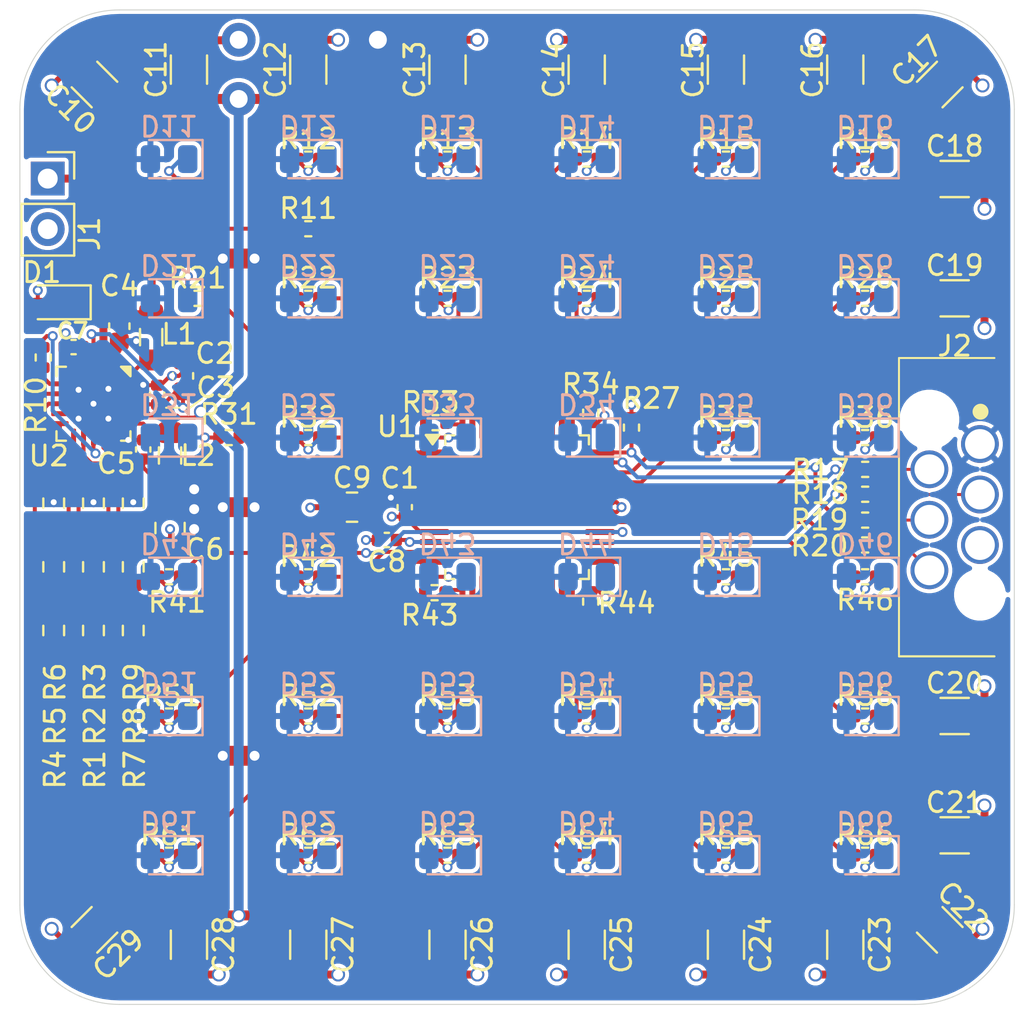
<source format=kicad_pcb>
(kicad_pcb (version 20241229) (generator "pcbnew") (generator_version "9.0")
  (layers (0 "F.Cu" signal) (4 "In1.Cu" signal) (6 "In2.Cu" signal) (2 "B.Cu" signal) (13 "F.Paste" user) (15 "B.Paste" user) (5 "F.SilkS" user "F.Silkscreen") (7 "B.SilkS" user "B.Silkscreen") (1 "F.Mask" user) (3 "B.Mask" user) (25 "Edge.Cuts" user))
  (net 0 "")
  (net 1 "+3V3")
  (net 2 "GND")
  (net 3 "/VStor")
  (net 4 "/Vin")
  (net 5 "Net-(U2-VREF_SAMP)")
  (net 6 "/RESET")
  (net 7 "/VBatt")
  (net 8 "/dSWC")
  (net 9 "/dSWD")
  (net 10 "/dTX")
  (net 11 "/dRST")
  (net 12 "Net-(U2-LBOOST)")
  (net 13 "Net-(U2-LBUCK)")
  (net 14 "/OK_HYST")
  (net 15 "/VRDIV")
  (net 16 "/OK_PROG")
  (net 17 "/VBAT_OV")
  (net 18 "Net-(R5-Pad2)")
  (net 19 "/VOUT_SET")
  (net 20 "Net-(R8-Pad2)")
  (net 21 "/A0")
  (net 22 "Net-(D11-K)")
  (net 23 "Net-(D12-K)")
  (net 24 "/A1")
  (net 25 "/A3")
  (net 26 "Net-(D13-K)")
  (net 27 "/A4")
  (net 28 "Net-(D14-K)")
  (net 29 "Net-(D15-K)")
  (net 30 "/A5")
  (net 31 "/A6")
  (net 32 "Net-(D16-K)")
  (net 33 "/SWDIO")
  (net 34 "/SWCLK")
  (net 35 "/SERTX")
  (net 36 "Net-(D21-K)")
  (net 37 "/A7")
  (net 38 "/A8")
  (net 39 "Net-(D22-K)")
  (net 40 "Net-(D23-K)")
  (net 41 "/A11")
  (net 42 "Net-(D24-K)")
  (net 43 "/A12")
  (net 44 "Net-(D25-K)")
  (net 45 "/A15")
  (net 46 "Net-(D26-K)")
  (net 47 "/B0")
  (net 48 "/B1")
  (net 49 "Net-(D31-K)")
  (net 50 "/B2")
  (net 51 "Net-(D32-K)")
  (net 52 "Net-(D33-K)")
  (net 53 "/B3")
  (net 54 "Net-(D34-K)")
  (net 55 "/B4")
  (net 56 "Net-(D35-K)")
  (net 57 "/B5")
  (net 58 "/B6")
  (net 59 "Net-(D36-K)")
  (net 60 "Net-(D41-K)")
  (net 61 "/B7")
  (net 62 "/B8")
  (net 63 "Net-(D42-K)")
  (net 64 "/B9")
  (net 65 "Net-(D43-K)")
  (net 66 "Net-(D44-K)")
  (net 67 "/B10")
  (net 68 "Net-(D45-K)")
  (net 69 "/B11")
  (net 70 "/B12")
  (net 71 "Net-(D46-K)")
  (net 72 "Net-(D51-K)")
  (net 73 "/B13")
  (net 74 "Net-(D52-K)")
  (net 75 "/B14")
  (net 76 "Net-(D53-K)")
  (net 77 "/B15")
  (net 78 "Net-(D54-K)")
  (net 79 "Net-(D55-K)")
  (net 80 "/C13")
  (net 81 "Net-(D56-K)")
  (net 82 "/C14")
  (net 83 "Net-(D61-K)")
  (net 84 "/C15")
  (net 85 "Net-(D62-K)")
  (net 86 "Net-(D63-K)")
  (net 87 "/D0")
  (net 88 "Net-(D64-K)")
  (net 89 "/D1")
  (net 90 "Net-(D65-K)")
  (net 91 "/D2")
  (net 92 "Net-(D66-K)")
  (net 93 "/D3")
  (net 94 "/VBatOK")
  (net 95 "Net-(U2-VOUT_EN)")
  (net 96 "/A10")
  (net 97 "/A2")
  (net 98 "Net-(U1-VBAT)")
  (footprint "Capacitor_SMD:C_1206_3216Metric" (layer "F.Cu") (at 121.25 121.25 -45)
    (property "Reference" "C22")
    (property "Value" "100u")
  )
  (footprint "Capacitor_SMD:C_0402_1005Metric" (layer "F.Cu") (at 81.9 94.35 -90)
    (property "Reference" "C3")
    (property "Value" "10n")
  )
  (footprint "Capacitor_SMD:C_1206_3216Metric" (layer "F.Cu") (at 83.5 78 90)
    (property "Reference" "C11")
    (property "Value" "100u")
  )
  (footprint "Connector_PinSocket_2.54mm:PinSocket_1x02_P2.54mm_Vertical" (layer "F.Cu") (at 76.4 83.48)
    (property "Reference" "J1")
    (property "Value" "Power")
  )
  (footprint "Resistor_SMD:R_0402_1005Metric" (layer "F.Cu") (at 103.7 95.25 90)
    (property "Reference" "R34")
    (property "Value" "330")
  )
  (footprint "Resistor_SMD:R_0402_1005Metric" (layer "F.Cu") (at 82.5 103.5)
    (property "Reference" "R41")
    (property "Value" "330")
  )
  (footprint "Capacitor_SMD:C_1206_3216Metric" (layer "F.Cu") (at 122 116.5)
    (property "Reference" "C21")
    (property "Value" "100u")
  )
  (footprint "Resistor_SMD:R_0402_1005Metric" (layer "F.Cu") (at 110.5 103.5 180)
    (property "Reference" "R45")
    (property "Value" "330")
  )
  (footprint "Resistor_SMD:R_0402_1005Metric" (layer "F.Cu") (at 76.175 92.475 -90)
    (property "Reference" "R10")
    (property "Value" "10k")
  )
  (footprint "Capacitor_SMD:C_0402_1005Metric" (layer "F.Cu") (at 81.2 97.1 90)
    (property "Reference" "C5")
    (property "Value" "1u")
  )
  (footprint "Capacitor_SMD:C_1206_3216Metric" (layer "F.Cu") (at 116.5 122 -90)
    (property "Reference" "C23")
    (property "Value" "100u")
  )
  (footprint "Capacitor_SMD:C_0603_1608Metric" (layer "F.Cu") (at 83.2 93.4 -90)
    (property "Reference" "C2")
    (property "Value" "10u")
  )
  (footprint "Resistor_SMD:R_0402_1005Metric" (layer "F.Cu") (at 110.5 89.5 180)
    (property "Reference" "R25")
    (property "Value" "330")
  )
  (footprint "Resistor_SMD:R_0603_1608Metric" (layer "F.Cu") (at 80.7 103 90)
    (property "Reference" "R8")
    (property "Value" "750k")
  )
  (footprint "Resistor_SMD:R_0402_1005Metric" (layer "F.Cu") (at 117.5 103.5 180)
    (property "Reference" "R46")
    (property "Value" "330")
  )
  (footprint "Capacitor_SMD:C_1206_3216Metric" (layer "F.Cu") (at 83.5 122 -90)
    (property "Reference" "C28")
    (property "Value" "100u")
  )
  (footprint "Resistor_SMD:R_0402_1005Metric" (layer "F.Cu") (at 103.7 104.75 -90)
    (property "Reference" "R44")
    (property "Value" "330")
  )
  (footprint "Resistor_SMD:R_0402_1005Metric" (layer "F.Cu") (at 95.85 104.3)
    (property "Reference" "R43")
    (property "Value" "330")
  )
  (footprint "Capacitor_SMD:C_1206_3216Metric" (layer "F.Cu") (at 78.75 121.25 -135)
    (property "Reference" "C29")
    (property "Value" "100u")
  )
  (footprint "Capacitor_SMD:C_1206_3216Metric" (layer "F.Cu") (at 122 89.5)
    (property "Reference" "C19")
    (property "Value" "100u")
  )
  (footprint "Capacitor_SMD:C_1206_3216Metric" (layer "F.Cu") (at 116.5 78 90)
    (property "Reference" "C16")
    (property "Value" "100u")
  )
  (footprint "Resistor_SMD:R_0402_1005Metric" (layer "F.Cu") (at 82.5 110.5)
    (property "Reference" "R51")
    (property "Value" "330")
  )
  (footprint "Resistor_SMD:R_0603_1608Metric" (layer "F.Cu") (at 78.7 106.2 90)
    (property "Reference" "R1")
    (property "Value" "1M8")
  )
  (footprint "Parts:TestPoint" (layer "F.Cu") (at 93 76.5)
    (property "Reference" "TP2" (hide yes))
    (property "Value" "TestPoint_Probe")
  )
  (footprint "Resistor_SMD:R_0402_1005Metric" (layer "F.Cu") (at 85.5 96.5)
    (property "Reference" "R31")
    (property "Value" "330")
  )
  (footprint "Resistor_SMD:R_0402_1005Metric" (layer "F.Cu") (at 103.5 89.5 180)
    (property "Reference" "R24")
    (property "Value" "330")
  )
  (footprint "Resistor_SMD:R_0402_1005Metric" (layer "F.Cu") (at 103.5 110.5 180)
    (property "Reference" "R54")
    (property "Value" "330")
  )
  (footprint "Resistor_SMD:R_0402_1005Metric" (layer "F.Cu") (at 83.93 89.5)
    (property "Reference" "R21")
    (property "Value" "330")
  )
  (footprint "Resistor_SMD:R_0402_1005Metric" (layer "F.Cu") (at 89.5 110.5)
    (property "Reference" "R52")
    (property "Value" "330")
  )
  (footprint "Capacitor_SMD:C_0603_1608Metric" (layer "F.Cu") (at 80 90.9 -90)
    (property "Reference" "C4")
    (property "Value" "10u")
  )
  (footprint "Inductor_SMD:L_0805_2012Metric_Pad1.05x1.20mm_HandSolder" (layer "F.Cu") (at 81.6 91.45 -90)
    (property "Reference" "L1")
    (property "Value" "10u")
  )
  (footprint "Resistor_SMD:R_0402_1005Metric" (layer "F.Cu") (at 89.5 103.5)
    (property "Reference" "R42")
    (property "Value" "330")
  )
  (footprint "Resistor_SMD:R_0402_1005Metric" (layer "F.Cu") (at 103.5 117.5 180)
    (property "Reference" "R64")
    (property "Value" "330")
  )
  (footprint "Resistor_SMD:R_0402_1005Metric" (layer "F.Cu") (at 110.5 82.5 180)
    (property "Reference" "R15")
    (property "Value" "330")
  )
  (footprint "Resistor_SMD:R_0402_1005Metric" (layer "F.Cu") (at 117.5 89.5 180)
    (property "Reference" "R26")
    (property "Value" "330")
  )
  (footprint "Capacitor_SMD:C_1206_3216Metric" (layer "F.Cu") (at 110.5 78 90)
    (property "Reference" "C15")
    (property "Value" "100u")
  )
  (footprint "Diode_SMD:D_SOD-323" (layer "F.Cu") (at 76.95 89.7 180)
    (property "Reference" "D1")
    (property "Value" "5V1")
  )
  (footprint "Capacitor_SMD:C_1206_3216Metric" (layer "F.Cu") (at 110.5 122 -90)
    (property "Reference" "C24")
    (property "Value" "100u")
  )
  (footprint "Capacitor_SMD:C_1206_3216Metric" (layer "F.Cu") (at 96.5 122 -90)
    (property "Reference" "C26")
    (property "Value" "100u")
  )
  (footprint "Capacitor_SMD:C_1206_3216Metric" (layer "F.Cu") (at 121.25 78.75 45)
    (property "Reference" "C17")
    (property "Value" "100u")
  )
  (footprint "Capacitor_SMD:C_1206_3216Metric" (layer "F.Cu") (at 89.5 78 90)
    (property "Reference" "C12")
    (property "Value" "100u")
  )
  (footprint "Capacitor_SMD:C_0402_1005Metric" (layer "F.Cu") (at 94.35 100 -90)
    (property "Reference" "C1")
    (property "Value" "1u")
  )
  (footprint "Resistor_SMD:R_0402_1005Metric" (layer "F.Cu") (at 110.5 110.5 180)
    (property "Reference" "R55")
    (property "Value" "330")
  )
  (footprint "Resistor_SMD:R_0402_1005Metric" (layer "F.Cu") (at 96.5 110.5)
    (property "Reference" "R53")
    (property "Value" "330")
  )
  (footprint "Resistor_SMD:R_0603_1608Metric" (layer "F.Cu") (at 76.7 103 90)
    (property "Reference" "R5")
    (property "Value" "330k")
  )
  (footprint "Resistor_SMD:R_0603_1608Metric" (layer "F.Cu") (at 76.7 99.8 90)
    (property "Reference" "R6")
    (property "Value" "3M")
  )
  (footprint "Capacitor_SMD:C_0805_2012Metric" (layer "F.Cu") (at 91.7 100)
    (property "Reference" "C9")
    (property "Value" "47u")
  )
  (footprint "Resistor_SMD:R_0402_1005Metric" (layer "F.Cu") (at 117.5 99.35 180)
    (property "Reference" "R18")
    (property "Value" "100")
  )
  (footprint "Resistor_SMD:R_0402_1005Metric" (layer "F.Cu") (at 117.5 101.9 180)
    (property "Reference" "R20")
    (property "Value" "100")
  )
  (footprint "Capacitor_SMD:C_1206_3216Metric" (layer "F.Cu") (at 78.75 78.75 135)
    (property "Reference" "C10")
    (property "Value" "100u")
  )
  (footprint "Parts:TestPoint" (layer "F.Cu") (at 86 79.475)
    (property "Reference" "TP1" (hide yes))
    (property "Value" "TestPoint_Probe")
  )
  (footprint "Resistor_SMD:R_0402_1005Metric" (layer "F.Cu") (at 89.5 82.5)
    (property "Reference" "R12")
    (property "Value" "330")
  )
  (footprint "Resistor_SMD:R_0402_1005Metric" (layer "F.Cu") (at 89.5 86)
    (property "Reference" "R11")
    (property "Value" "330")
  )
  (footprint "Parts:QFN-20-1EP_3.5x3.5mm_P0.5mm_EP2x2mm" (layer "F.Cu") (at 78.7 94.8 -90)
    (property "Reference" "U2")
    (property "Value" "BQ25570")
  )
  (footprint "Capacitor_SMD:C_1206_3216Metric" (layer "F.Cu") (at 122 83.5)
    (property "Reference" "C18")
    (property "Value" "100u")
  )
  (footprint "Resistor_SMD:R_0402_1005Metric" (layer "F.Cu") (at 117.5 98.1)
    (property "Reference" "R17")
    (property "Value" "100")
  )
  (footprint "Resistor_SMD:R_0402_1005Metric" (layer "F.Cu") (at 110.5 96.5 180)
    (property "Reference" "R35")
    (property "Value" "330")
  )
  (footprint "Capacitor_SMD:C_1206_3216Metric" (layer "F.Cu") (at 122 110.5)
    (property "Reference" "C20")
    (property "Value" "100u")
  )
  (footprint "Capacitor_SMD:C_1206_3216Metric" (layer "F.Cu") (at 96.5 78 90)
    (property "Reference" "C13")
    (property "Value" "100u")
  )
  (footprint "Resistor_SMD:R_0402_1005Metric" (layer "F.Cu") (at 110.5 117.5 180)
    (property "Reference" "R65")
    (property "Value" "330")
  )
  (footprint "Capacitor_SMD:C_0402_1005Metric" (layer "F.Cu") (at 77.7 91.95 180)
    (property "Reference" "C7")
    (property "Value" "10n")
  )
  (footprint "Package_QFP:LQFP-48_7x7mm_P0.5mm" (layer "F.Cu") (at 100 100)
    (property "Reference" "U1")
    (property "Value" "STM32G030C6Tx")
  )
  (footprint "Resistor_SMD:R_0402_1005Metric" (layer "F.Cu") (at 89.5 89.5)
    (property "Reference" "R22")
    (property "Value" "330")
  )
  (footprint "Capacitor_SMD:C_1206_3216Metric" (layer "F.Cu") (at 103.5 78 90)
    (property "Reference" "C14")
    (property "Value" "100u")
  )
  (footprint "Resistor_SMD:R_0603_1608Metric" (layer "F.Cu") (at 80.7 106.2 90)
    (property "Reference" "R7")
    (property "Value" "5M1")
  )
  (footprint "Capacitor_SMD:C_1206_3216Metric" (layer "F.Cu") (at 103.5 122 -90)
    (property "Reference" "C25")
    (property "Value" "100u")
  )
  (footprint "Capacitor_SMD:C_0402_1005Metric" (layer "F.Cu") (at 93.45 101.65 180)
    (property "Reference" "C8")
    (property "Value" "10n")
  )
  (footprint "Resistor_SMD:R_0402_1005Metric" (layer "F.Cu") (at 117.5 82.5 180)
    (property "Reference" "R16")
    (property "Value" "330")
  )
  (footprint "Capacitor_SMD:C_0805_2012Metric" (layer "F.Cu") (at 82.55 101.05 -90)
    (property "Reference" "C6")
    (property "Value" "47u")
  )
  (footprint "Capacitor_SMD:C_1206_3216Metric" (layer "F.Cu") (at 89.5 122 -90)
    (property "Reference" "C27")
    (property "Value" "100u")
  )
  (footprint "Resistor_SMD:R_0603_1608Metric" (layer "F.Cu") (at 78.7 99.8 90)
    (property "Reference" "R3")
    (property "Value" "2M2")
  )
  (footprint "Inductor_SMD:L_0805_2012Metric_Pad1.05x1.20mm_HandSolder" (layer "F.Cu") (at 82.55 97.4 -90)
    (property "Reference" "L2")
    (property "Value" "22u")
  )
  (footprint "Resistor_SMD:R_0402_1005Metric" (layer "F.Cu") (at 82.5 117.5)
    (property "Reference" "R61")
    (property "Value" "330")
  )
  (footprint "Resistor_SMD:R_0402_1005Metric" (layer "F.Cu") (at 105.75 96 -90)
    (property "Reference" "R27")
    (property "Value" "10k")
  )
  (footprint "Resistor_SMD:R_0603_1608Metric" (layer "F.Cu") (at 78.7 103 90)
    (property "Reference" "R2")
    (property "Value" "6M8")
  )
  (footprint "Resistor_SMD:R_0402_1005Metric" (layer "F.Cu") (at 89.5 117.5)
    (property "Reference" "R62")
    (property "Value" "330")
  )
  (footprint "Resistor_SMD:R_0402_1005Metric" (layer "F.Cu") (at 89.5 96.5)
    (property "Reference" "R32")
    (property "Value" "330")
  )
  (footprint "Resistor_SMD:R_0603_1608Metric" (layer "F.Cu") (at 76.7 106.2 90)
    (property "Reference" "R4")
    (property "Value" "6M2")
  )
  (footprint "Resistor_SMD:R_0402_1005Metric" (layer "F.Cu") (at 117.5 110.5 180)
    (property "Reference" "R56")
    (property "Value" "330")
  )
  (footprint "Resistor_SMD:R_0402_1005Metric" (layer "F.Cu") (at 117.5 117.5 180)
    (property "Reference" "R66")
    (property "Value" "330")
  )
  (footprint "Resistor_SMD:R_0402_1005Metric" (layer "F.Cu") (at 96.5 82.5)
    (property "Reference" "R13")
    (property "Value" "330")
  )
  (footprint "Resistor_SMD:R_0402_1005Metric" (layer "F.Cu") (at 117.5 100.65 180)
    (property "Reference" "R19")
    (property "Value" "100")
  )
  (footprint "Resistor_SMD:R_0402_1005Metric" (layer "F.Cu") (at 95.9 95.75)
    (property "Reference" "R33")
    (property "Value" "330")
  )
  (footprint "Resistor_SMD:R_0603_1608Metric" (layer "F.Cu") (at 80.7 99.8 90)
    (property "Reference" "R9")
    (property "Value" "2M2")
  )
  (footprint "Resistor_SMD:R_0402_1005Metric" (layer "F.Cu") (at 103.5 82.5 180)
    (property "Reference" "R14")
    (property "Value" "330")
  )
  (footprint "Parts:TestPoint" (layer "F.Cu") (at 86 76.5)
    (property "Reference" "TP3" (hide yes))
    (property "Value" "TestPoint_Probe")
  )
  (footprint "Resistor_SMD:R_0402_1005Metric" (layer "F.Cu") (at 96.5 89.5)
    (property "Reference" "R23")
    (property "Value" "330")
  )
  (footprint "Resistor_SMD:R_0402_1005Metric" (layer "F.Cu") (at 117.5 96.5 180)
    (property "Reference" "R36")
    (property "Value" "330")
  )
  (footprint "Resistor_SMD:R_0402_1005Metric" (layer "F.Cu") (at 96.5 117.5)
    (property "Reference" "R63")
    (property "Value" "330")
  )
  (footprint "LED_SMD:LED_0805_2012Metric" (layer "B.Cu") (at 117.5 117.5 180)
    (property "Reference" "D66")
    (property "Value" "LED")
  )
  (footprint "LED_SMD:LED_0805_2012Metric" (layer "B.Cu") (at 103.5 103.5 180)
    (property "Reference" "D44")
    (property "Value" "LED")
  )
  (footprint "LED_SMD:LED_0805_2012Metric" (layer "B.Cu") (at 110.5 96.5 180)
    (property "Reference" "D35")
    (property "Value" "LED")
  )
  (footprint "LED_SMD:LED_0805_2012Metric" (layer "B.Cu") (at 110.5 117.5 180)
    (property "Reference" "D65")
    (property "Value" "LED")
  )
  (footprint "LED_SMD:LED_0805_2012Metric" (layer "B.Cu") (at 96.5 103.5 180)
    (property "Reference" "D43")
    (property "Value" "LED")
  )
  (footprint "LED_SMD:LED_0805_2012Metric" (layer "B.Cu") (at 103.5 96.5 180)
    (property "Reference" "D34")
    (property "Value" "LED")
  )
  (footprint "LED_SMD:LED_0805_2012Metric" (layer "B.Cu") (at 89.5 96.5 180)
    (property "Reference" "D32")
    (property "Value" "LED")
  )
  (footprint "LED_SMD:LED_0805_2012Metric" (layer "B.Cu") (at 110.5 82.5 180)
    (property "Reference" "D15")
    (property "Value" "LED")
  )
  (footprint "LED_SMD:LED_0805_2012Metric" (layer "B.Cu") (at 82.5 103.5 180)
    (property "Reference" "D41")
    (property "Value" "LED")
  )
  (footprint "LED_SMD:LED_0805_2012Metric" (layer "B.Cu") (at 103.5 117.5 180)
    (property "Reference" "D64")
    (property "Value" "LED")
  )
  (footprint "LED_SMD:LED_0805_2012Metric" (layer "B.Cu") (at 117.5 82.5 180)
    (property "Reference" "D16")
    (property "Value" "LED")
  )
  (footprint "LED_SMD:LED_0805_2012Metric" (layer "B.Cu") (at 82.5 96.5 180)
    (property "Reference" "D31")
    (property "Value" "LED")
  )
  (footprint "LED_SMD:LED_0805_2012Metric" (layer "B.Cu") (at 110.5 89.5 180)
    (property "Reference" "D25")
    (property "Value" "LED")
  )
  (footprint "LED_SMD:LED_0805_2012Metric" (layer "B.Cu") (at 96.5 110.5 180)
    (property "Reference" "D53")
    (property "Value" "LED")
  )
  (footprint "LED_SMD:LED_0805_2012Metric" (layer "B.Cu") (at 117.5 103.5 180)
    (property "Reference" "D46")
    (property "Value" "LED")
  )
  (footprint "LED_SMD:LED_0805_2012Metric" (layer "B.Cu") (at 110.5 103.5 180)
    (property "Reference" "D45")
    (property "Value" "LED")
  )
  (footprint "LED_SMD:LED_0805_2012Metric" (layer "B.Cu") (at 96.5 117.5 180)
    (property "Reference" "D63")
    (property "Value" "LED")
  )
  (footprint "LED_SMD:LED_0805_2012Metric" (layer "B.Cu") (at 117.5 110.5 180)
    (property "Reference" "D56")
    (property "Value" "LED")
  )
  (footprint "LED_SMD:LED_0805_2012Metric" (layer "B.Cu") (at 82.5 110.5 180)
    (property "Reference" "D51")
    (property "Value" "LED")
  )
  (footprint "LED_SMD:LED_0805_2012Metric" (layer "B.Cu") (at 96.5 96.5 180)
    (property "Reference" "D33")
    (property "Value" "LED")
  )
  (footprint "LED_SMD:LED_0805_2012Metric" (layer "B.Cu") (at 82.5 117.5 180)
    (property "Reference" "D61")
    (property "Value" "LED")
  )
  (footprint "LED_SMD:LED_0805_2012Metric" (layer "B.Cu") (at 103.5 89.5 180)
    (property "Reference" "D24")
    (property "Value" "LED")
  )
  (footprint "LED_SMD:LED_0805_2012Metric" (layer "B.Cu") (at 117.5 89.5 180)
    (property "Reference" "D26")
    (property "Value" "LED")
  )
  (footprint "Parts:Skedd6" (layer "B.Cu") (at 122 100 180)
    (property "Reference" "J2")
    (property "Value" "Skedd")
  )
  (footprint "LED_SMD:LED_0805_2012Metric" (layer "B.Cu") (at 96.5 82.5 180)
    (property "Reference" "D13")
    (property "Value" "LED")
  )
  (footprint "LED_SMD:LED_0805_2012Metric" (layer "B.Cu") (at 89.5 110.5 180)
    (property "Reference" "D52")
    (property "Value" "LED")
  )
  (footprint "LED_SMD:LED_0805_2012Metric" (layer "B.Cu") (at 82.5 89.5 180)
    (property "Reference" "D21")
    (property "Value" "LED")
  )
  (footprint "LED_SMD:LED_0805_2012Metric" (layer "B.Cu") (at 117.5 96.5 180)
    (property "Reference" "D36")
    (property "Value" "LED")
  )
  (footprint "LED_SMD:LED_0805_2012Metric" (layer "B.Cu") (at 103.5 110.5 180)
    (property "Reference" "D54")
    (property "Value" "LED")
  )
  (footprint "LED_SMD:LED_0805_2012Metric" (layer "B.Cu") (at 89.5 117.5 180)
    (property "Reference" "D62")
    (property "Value" "LED")
  )
  (footprint "LED_SMD:LED_0805_2012Metric" (layer "B.Cu") (at 89.5 103.5 180)
    (property "Reference" "D42")
    (property "Value" "LED")
  )
  (footprint "LED_SMD:LED_0805_2012Metric" (layer "B.Cu") (at 89.5 82.5 180)
    (property "Reference" "D12")
    (property "Value" "LED")
  )
  (footprint "LED_SMD:LED_0805_2012Metric" (layer "B.Cu") (at 110.5 110.5 180)
    (property "Reference" "D55")
    (property "Value" "LED")
  )
  (footprint "LED_SMD:LED_0805_2012Metric" (layer "B.Cu") (at 103.5 82.5 180)
    (property "Reference" "D14")
    (property "Value" "LED")
  )
  (footprint "LED_SMD:LED_0805_2012Metric" (layer "B.Cu") (at 96.5 89.5 180)
    (property "Reference" "D23")
    (property "Value" "LED")
  )
  (footprint "LED_SMD:LED_0805_2012Metric" (layer "B.Cu") (at 89.5 89.5 180)
    (property "Reference" "D22")
    (property "Value" "LED")
  )
  (footprint "LED_SMD:LED_0805_2012Metric" (layer "B.Cu") (at 82.5 82.5 180)
    (property "Reference" "D11")
    (property "Value" "LED")
  )
  (gr_line (start 83.55 95) (end 82.35 95) (stroke (width 0.1)) (layer "F.SilkS"))
  (gr_line (start 84.15 94.55) (end 83.55 95) (stroke (width 0.1)) (layer "F.SilkS"))
  (gr_arc (start 125 120) (mid 123.535534 123.535534) (end 120 125) (stroke (width 0.05)) (layer "Edge.Cuts"))
  (gr_line (start 120 125) (end 80 125) (stroke (width 0.05)) (layer "Edge.Cuts"))
  (gr_line (start 80 75) (end 120 75) (stroke (width 0.05)) (layer "Edge.Cuts"))
  (gr_arc (start 75 80) (mid 76.464466 76.464466) (end 80 75) (stroke (width 0.05)) (layer "Edge.Cuts"))
  (gr_line (start 125 80) (end 125 120) (stroke (width 0.05)) (layer "Edge.Cuts"))
  (gr_line (start 75 120) (end 75 80) (stroke (width 0.05)) (layer "Edge.Cuts"))
  (gr_arc (start 80 125) (mid 76.464466 123.535534) (end 75 120) (stroke (width 0.05)) (layer "Edge.Cuts"))
  (gr_arc (start 120 75) (mid 123.535534 76.464466) (end 125 80) (stroke (width 0.05)) (layer "Edge.Cuts"))
  (segment (start 81.75 98.55) (end 82.35 98.55) (width 0.2) (layer "F.Cu") (net 1))
  (segment (start 83.7625 100.1) (end 83.8625 100) (width 0.5) (layer "F.Cu") (net 1))
  (segment (start 95.8375 99.25) (end 94.62 99.25) (width 0.2) (layer "F.Cu") (net 1))
  (segment (start 79.2 96.4875) (end 79.2 97) (width 0.2) (layer "F.Cu") (net 1))
  (segment (start 94.62 99.25) (end 94.35 99.52) (width 0.2) (layer "F.Cu") (net 1))
  (segment (start 81.2 97.58) (end 81.2 98) (width 0.2) (layer "F.Cu") (net 1))
  (segment (start 83.7625 100.1) (end 83.7625 101.1) (width 0.5) (layer "F.Cu") (net 1))
  (segment (start 86.8 87.5) (end 85.2 87.5) (width 1) (layer "F.Cu") (net 1))
  (segment (start 95.8375 99.75) (end 94.58 99.75) (width 0.2) (layer "F.Cu") (net 1))
  (segment (start 79.2 97) (end 79.78 97.58) (width 0.2) (layer "F.Cu") (net 1))
  (segment (start 83.7625 100.1) (end 83.7625 99.1) (width 0.5) (layer "F.Cu") (net 1))
  (segment (start 86.8 112.5) (end 85.2 112.5) (width 1) (layer "F.Cu") (net 1))
  (segment (start 79.78 97.58) (end 81.2 97.58) (width 0.2) (layer "F.Cu") (net 1))
  (segment (start 86.8 100) (end 85.2 100) (width 1) (layer "F.Cu") (net 1))
  (segment (start 82.55 98.55) (end 82.55 100.1) (width 0.2) (layer "F.Cu") (net 1))
  (segment (start 94.35 99.52) (end 93.65 99.52) (width 0.2) (layer "F.Cu") (net 1))
  (segment (start 94.58 99.75) (end 94.35 99.52) (width 0.2) (layer "F.Cu") (net 1))
  (segment (start 81.2 98) (end 81.75 98.55) (width 0.2) (layer "F.Cu") (net 1))
  (segment (start 83.8625 100) (end 85.2 100) (width 0.5) (layer "F.Cu") (net 1))
  (segment (start 83.7625 100.1) (end 82.55 100.1) (width 0.5) (layer "F.Cu") (net 1))
  (via (at 86.8 87.5) (size 0.7) (drill 0.5) (layers "F.Cu" "B.Cu") (net 1))
  (via (at 86.8 112.5) (size 0.7) (drill 0.5) (layers "F.Cu" "B.Cu") (net 1))
  (via (at 85.2 100) (size 0.7) (drill 0.5) (layers "F.Cu" "B.Cu") (net 1))
  (via (at 85.2 112.5) (size 0.7) (drill 0.5) (layers "F.Cu" "B.Cu") (net 1))
  (via (at 85.2 87.5) (size 0.7) (drill 0.5) (layers "F.Cu" "B.Cu") (net 1))
  (via (at 83.7625 101.1) (size 0.7) (drill 0.5) (layers "F.Cu" "B.Cu") (net 1))
  (via (at 83.7625 99.1) (size 0.7) (drill 0.5) (layers "F.Cu" "B.Cu") (net 1))
  (via (at 93.65 99.52) (size 0.5) (drill 0.3) (layers "F.Cu" "B.Cu") (net 1))
  (via (at 83.7625 100.1) (size 0.7) (drill 0.5) (layers "F.Cu" "B.Cu") (net 1))
  (via (at 86.8 100) (size 0.7) (drill 0.5) (layers "F.Cu" "B.Cu") (net 1))
  (segment (start 93.63 99.5) (end 93.65 99.52) (width 0.2) (layer "B.Cu") (net 1))
  (segment (start 116.5625 96.5) (end 116.5625 92.75) (width 0.3) (layer "B.Cu") (net 1))
  (segment (start 88.5625 100.6125) (end 88.5625 93.45) (width 0.3) (layer "B.Cu") (net 1))
  (segment (start 95.5625 87.5) (end 95.5625 96.5) (width 0.3) (layer "B.Cu") (net 1))
  (segment (start 88.5625 100.6125) (end 88.5625 112.8) (width 0.3) (layer "B.Cu") (net 1))
  (segment (start 81.5625 82.5) (end 81.5625 89.5) (width 0.3) (layer "B.Cu") (net 1))
  (segment (start 122.35 95.905) (end 123.27 96.825) (width 0.15) (layer "B.Cu") (net 1))
  (segment (start 81.5625 102.15) (end 81.5625 112.5) (width 0.3) (layer "B.Cu") (net 1))
  (segment (start 116.5625 112.5) (end 116.5625 107.05) (width 0.3) (layer "B.Cu") (net 1))
  (segment (start 95.5625 112.5) (end 95.5625 117.5) (width 0.3) (layer "B.Cu") (net 1))
  (segment (start 88.5625 99.5) (end 93.63 99.5) (width 0.2) (layer "B.Cu") (net 1))
  (segment (start 116.2625 112.8) (end 116.5625 112.5) (width 0.5) (layer "B.Cu") (net 1))
  (segment (start 116.5625 92.75) (end 116.5625 87.5) (width 0.3) (layer "B.Cu") (net 1))
  (segment (start 86.8 87.5) (end 116.5625 87.5) (width 0.5) (layer "B.Cu") (net 1))
  (segment (start 83.7625 101.1) (end 83.75 101.1) (width 0.5) (layer "B.Cu") (net 1))
  (segment (start 116.5625 117.5) (end 116.5625 112.5) (width 0.3) (layer "B.Cu") (net 1))
  (segment (start 122.35 94.55) (end 122.35 95.905) (width 0.15) (layer "B.Cu") (net 1))
  (segment (start 109.5625 82.5) (end 109.5625 87.5) (width 0.3) (layer "B.Cu") (net 1))
  (segment (start 95.5625 103.5) (end 95.5625 112.5) (width 0.3) (layer "B.Cu") (net 1))
  (segment (start 88.5625 93.45) (end 88.5625 82.5) (width 0.3) (layer "B.Cu") (net 1))
  (segment (start 88.5625 112.8) (end 116.2625 112.8) (width 0.5) (layer "B.Cu") (net 1))
  (segment (start 102.5625 96.5) (end 102.5625 87.5) (width 0.3) (layer "B.Cu") (net 1))
  (segment (start 81.5625 96.5) (end 81.5625 102.15) (width 0.3) (layer "B.Cu") (net 1))
  (segment (start 116.5625 107.05) (end 116.5625 103.5) (width 0.3) (layer "B.Cu") (net 1))
  (segment (start 102.5625 117.5) (end 102.5625 112.5) (width 0.3) (layer "B.Cu") (net 1))
  (segment (start 81.5625 112.5) (end 81.5625 117.5) (width 0.3) (layer "B.Cu") (net 1))
  (segment (start 116.5625 92.75) (end 120.55 92.75) (width 0.15) (layer "B.Cu") (net 1))
  (segment (start 109.5625 87.5) (end 109.5625 96.5) (width 0.3) (layer "B.Cu") (net 1))
  (segment (start 95.5625 82.5) (end 95.5625 87.5) (width 0.3) (layer "B.Cu") (net 1))
  (segment (start 120.55 92.75) (end 122.35 94.55) (width 0.15) (layer "B.Cu") (net 1))
  (segment (start 82.7 102.15) (end 81.5625 102.15) (width 0.5) (layer "B.Cu") (net 1))
  (segment (start 109.5625 112.5) (end 109.5625 117.5) (width 0.3) (layer "B.Cu") (net 1))
  (segment (start 102.5625 112.5) (end 102.5625 103.5) (width 0.3) (layer "B.Cu") (net 1))
  (segment (start 83.7625 101.1) (end 83.7625 99.1) (width 0.5) (layer "B.Cu") (net 1))
  (segment (start 116.5625 87.5) (end 116.5625 82.5) (width 0.3) (layer "B.Cu") (net 1))
  (segment (start 109.5625 103.5) (end 109.5625 112.5) (width 0.3) (layer "B.Cu") (net 1))
  (segment (start 88.5625 112.8) (end 88.5625 117.5) (width 0.3) (layer "B.Cu") (net 1))
  (segment (start 102.5625 87.5) (end 102.5625 82.5) (width 0.3) (layer "B.Cu") (net 1))
  (segment (start 83.75 101.1) (end 82.7 102.15) (width 0.5) (layer "B.Cu") (net 1))
  (segment (start 92.97 101.6) (end 92.92 101.65) (width 0.2) (layer "F.Cu") (net 2))
  (segment (start 76.7 99.75) (end 76.7 98.975) (width 0.2) (layer "F.Cu") (net 2))
  (segment (start 116.475 123.5) (end 115 123.5) (width 0.4) (layer "F.Cu") (net 2))
  (segment (start 105.75 95.49) (end 105.75 94.85) (width 0.2) (layer "F.Cu") (net 2))
  (segment (start 122.307017 122.292983) (end 123.4 121.2) (width 0.3) (layer "F.Cu") (net 2))
  (segment (start 123.5 89.525) (end 123.5 91) (width 0.4) (layer "F.Cu") (net 2))
  (segment (start 103.475 76.5) (end 102 76.5) (width 0.4) (layer "F.Cu") (net 2))
  (segment (start 92.92 101.65) (end 92.45 101.65) (width 0.2) (layer "F.Cu") (net 2))
  (segment (start 89.525 76.5) (end 91 76.5) (width 0.4) (layer "F.Cu") (net 2))
  (segment (start 96.525 123.5) (end 98 123.5) (width 0.4) (layer "F.Cu") (net 2))
  (segment (start 77.0125 95.3) (end 78.2 95.3) (width 0.2) (layer "F.Cu") (net 2))
  (segment (start 79.7 96.4875) (end 80.1375 96.4875) (width 0.2) (layer "F.Cu") (net 2))
  (segment (start 90.75 100) (end 89.626 100) (width 0.3) (layer "F.Cu") (net 2))
  (segment (start 110.475 123.5) (end 109 123.5) (width 0.4) (layer "F.Cu") (net 2))
  (segment (start 123.5 83.525) (end 123.5 85) (width 0.4) (layer "F.Cu") (net 2))
  (segment (start 79.7 93.8) (end 79.45 94.05) (width 0.2) (layer "F.Cu") (net 2))
  (segment (start 77.22 91.33) (end 77.22 91.95) (width 0.2) (layer "F.Cu") (net 2))
  (segment (start 81.9 93.87) (end 81.22 93.87) (width 0.2) (layer "F.Cu") (net 2))
  (segment (start 80 91.675) (end 80.825 91.675) (width 0.2) (layer "F.Cu") (net 2))
  (segment (start 103.475 123.5) (end 102 123.5) (width 0.4) (layer "F.Cu") (net 2))
  (segment (start 80.27 96.62) (end 80.45 96.62) (width 0.2) (layer "F.Cu") (net 2))
  (segment (start 83 93.4) (end 83.2 93.2) (width 0.2) (layer "F.Cu") (net 2))
  (segment (start 104.1625 99.75) (end 105 99.75) (width 0.2) (layer "F.Cu") (net 2))
  (segment (start 81.22 93.87) (end 81.2 93.85) (width 0.2) (layer "F.Cu") (net 2))
  (segment (start 85.975 76.525) (end 86 76.5) (width 0.4) (layer "F.Cu") (net 2))
  (segment (start 94.58 100.25) (end 94.35 100.48) (width 0.2) (layer "F.Cu") (net 2))
  (segment (start 83.2 93.2) (end 83.2 92.625) (width 0.2) (layer "F.Cu") (net 2))
  (segment (start 110.475 76.5) (end 109 76.5) (width 0.4) (layer "F.Cu") (net 2))
  (segment (start 77.707017 77.707017) (end 76.639034 78.775) (width 0.3) (layer "F.Cu") (net 2))
  (segment (start 93.705 100.48) (end 93.7 100.475) (width 0.2) (layer "F.Cu") (net 2))
  (segment (start 80.3875 95.3) (end 79.2 95.3) (width 0.2) (layer "F.Cu") (net 2))
  (segment (start 79.7 93.1125) (end 79.7 92.45) (width 0.2) (layer "F.Cu") (net 2))
  (segment (start 76.614034 121.2) (end 77.707017 122.292983) (width 0.3) (layer "F.Cu") (net 2))
  (segment (start 95.8375 100.25) (end 94.58 100.25) (width 0.2) (layer "F.Cu") (net 2))
  (segment (start 95.12 101.25) (end 94.35 100.48) (width 0.2) (layer "F.Cu") (net 2))
  (segment (start 123.5 116.475) (end 123.5 115) (width 0.4) (layer "F.Cu") (net 2))
  (segment (start 79.7 93.1125) (end 79.7 93.8) (width 0.2) (layer "F.Cu") (net 2))
  (segment (start 82.55 93.4) (end 82.65 93.4) (width 0.2) (layer "F.Cu") (net 2))
  (segment (start 116.475 76.5) (end 115 76.5) (width 0.4) (layer "F.Cu") (net 2))
  (segment (start 80.7 99.75) (end 80.7 98.975) (width 0.2) (layer "F.Cu") (net 2))
  (segment (start 89.525 123.5) (end 91 123.5) (width 0.4) (layer "F.Cu") (net 2))
  (segment (start 105 99.75) (end 105.25 100) (width 0.2) (layer "F.Cu") (net 2))
  (segment (start 79.7 96.4875) (end 79.7 95.8) (width 0.2) (layer "F.Cu") (net 2))
  (segment (start 80.1375 96.4875) (end 80.27 96.62) (width 0.2) (layer "F.Cu") (net 2))
  (segment (start 96.525 76.5) (end 98 76.5) (width 0.4) (layer "F.Cu") (net 2))
  (segment (start 76.639034 78.775) (end 76.625 78.775) (width 0.3) (layer "F.Cu") (net 2))
  (segment (start 83.525 76.5) (end 83.5 76.525) (width 0.4) (layer "F.Cu") (net 2))
  (segment (start 82.65 93.4) (end 83 93.4) (width 0.2) (layer "F.Cu") (net 2))
  (segment (start 94.62 100.75) (end 94.35 100.48) (width 0.2) (layer "F.Cu") (net 2))
  (segment (start 82.55 102) (end 82.55 101.1) (width 0.2) (layer "F.Cu") (net 2))
  (segment (start 95.8375 100.75) (end 94.62 100.75) (width 0.2) (layer "F.Cu") (net 2))
  (segment (start 94.35 100.48) (end 93.705 100.48) (width 0.2) (layer "F.Cu") (net 2))
  (segment (start 89.626 100) (end 89.601 100.025) (width 0.3) (layer "F.Cu") (net 2))
  (segment (start 77.7 92.43) (end 77.22 91.95) (width 0.2) (layer "F.Cu") (net 2))
  (segment (start 75.9 89.7) (end 75.9 89.1) (width 0.2) (layer "F.Cu") (net 2))
  (segment (start 123.5 110.475) (end 123.5 109) (width 0.4) (layer "F.Cu") (net 2))
  (segment (start 105 100.25) (end 105.25 100) (width 0.2) (layer "F.Cu") (net 2))
  (segment (start 76.6 121.2) (end 76.614034 121.2) (width 0.3) (layer "F.Cu") (net 2))
  (segment (start 79.7 92.45) (end 80 92.15) (width 0.2) (layer "F.Cu") (net 2))
  (segment (start 80.825 91.675) (end 80.85 91.65) (width 0.2) (layer "F.Cu") (net 2))
  (segment (start 80 92.15) (end 80 91.675) (width 0.2) (layer "F.Cu") (net 2))
  (segment (start 78.7 99.75) (end 78.7 98.975) (width 0.2) (layer "F.Cu") (net 2))
  (segment (start 83.5 76.525) (end 85.975 76.525) (width 0.4) (layer "F.Cu") (net 2))
  (segment (start 82.08 93.87) (end 82.55 93.4) (width 0.2) (layer "F.Cu") (net 2))
  (segment (start 92.45 101.65) (end 92.4 101.6) (width 0.2) (layer "F.Cu") (net 2))
  (segment (start 104.1625 100.25) (end 105 100.25) (width 0.2) (layer "F.Cu") (net 2))
  (segment (start 77.7 93.85) (end 77.95 94.1) (width 0.2) (layer "F.Cu") (net 2))
  (segment (start 80.45 96.62) (end 81.2 96.62) (width 0.2) (layer "F.Cu") (net 2))
  (segment (start 83.525 123.5) (end 85 123.5) (width 0.4) (layer "F.Cu") (net 2))
  (segment (start 77.3 91.25) (end 77.22 91.33) (width 0.2) (layer "F.Cu") (net 2))
  (segment (start 77.7 93.1125) (end 77.7 93.85) (width 0.2) (layer "F.Cu") (net 2))
  (segment (start 95.8375 101.25) (end 95.12 101.25) (width 0.2) (layer "F.Cu") (net 2))
  (segment (start 79.7 95.8) (end 79.45 95.55) (width 0.2) (layer "F.Cu") (net 2))
  (segment (start 77.7 93.1125) (end 77.7 92.43) (width 0.2) (layer "F.Cu") (net 2))
  (segment (start 123.3 78.7) (end 122.542983 77.942983) (width 0.3) (layer "F.Cu") (net 2))
  (via (at 80.7 99.75) (size 0.5) (drill 0.3) (layers "F.Cu" "B.Cu") (net 2))
  (via (at 115 123.5) (size 0.7) (drill 0.5) (layers "F.Cu" "B.Cu") (net 2))
  (via (at 80.45 96.62) (size 0.5) (drill 0.3) (layers "F.Cu" "B.Cu") (net 2))
  (via (at 102 123.5) (size 0.7) (drill 0.5) (layers "F.Cu" "B.Cu") (net 2))
  (via (at 93.7 100.475) (size 0.5) (drill 0.3) (layers "F.Cu" "B.Cu") (net 2))
  (via (at 81.2 93.85) (size 0.5) (drill 0.3) (layers "F.Cu" "B.Cu") (net 2))
  (via (at 115 76.5) (size 0.7) (drill 0.5) (layers "F.Cu" "B.Cu") (net 2))
  (via (at 76.6 121.2) (size 0.7) (drill 0.5) (layers "F.Cu" "B.Cu") (net 2))
  (via (at 92.4 101.65) (size 0.5) (drill 0.3) (layers "F.Cu" "B.Cu") (net 2))
  (via (at 78.7 94.8) (size 0.5) (drill 0.3) (layers "F.Cu" "B.Cu") (net 2))
  (via (at 79.45 94.05) (size 0.5) (drill 0.3) (layers "F.Cu" "B.Cu") (net 2))
  (via (at 78.7 99.75) (size 0.5) (drill 0.3) (layers "F.Cu" "B.Cu") (net 2))
  (via (at 123.4 78.8) (size 0.7) (drill 0.5) (layers "F.Cu" "B.Cu") (net 2))
  (via (at 98 76.5) (size 0.7) (drill 0.5) (layers "F.Cu" "B.Cu") (net 2))
  (via (at 98 123.5) (size 0.7) (drill 0.5) (layers "F.Cu" "B.Cu") (net 2))
  (via (at 91 123.5) (size 0.7) (drill 0.5) (layers "F.Cu" "B.Cu") (net 2))
  (via (at 123.5 91) (size 0.7) (drill 0.5) (layers "F.Cu" "B.Cu") (net 2))
  (via (at 75.9 89.1) (size 0.5) (drill 0.3) (layers "F.Cu" "B.Cu") (net 2))
  (via (at 123.5 85) (size 0.7) (drill 0.5) (layers "F.Cu" "B.Cu") (net 2))
  (via (at 85 123.5) (size 0.7) (drill 0.5) (layers "F.Cu" "B.Cu") (net 2))
  (via (at 109 76.5) (size 0.7) (drill 0.5) (layers "F.Cu" "B.Cu") (net 2))
  (via (at 123.4 121.2) (size 0.7) (drill 0.5) (layers "F.Cu" "B.Cu") (net 2))
  (via (at 109 123.5) (size 0.7) (drill 0.5) (layers "F.Cu" "B.Cu") (net 2))
  (via (at 82.65 93.4) (size 0.5) (drill 0.3) (layers "F.Cu" "B.Cu") (net 2))
  (via (at 77.3 91.25) (size 0.5) (drill 0.3) (layers "F.Cu" "B.Cu") (net 2))
  (via (at 91 76.5) (size 0.7) (drill 0.5) (layers "F.Cu" "B.Cu") (net 2))
  (via (at 123.5 109) (size 0.7) (drill 0.5) (layers "F.Cu" "B.Cu") (net 2))
  (via (at 76.6 78.8) (size 0.7) (drill 0.5) (layers "F.Cu" "B.Cu") (net 2))
  (via (at 77.95 94.1) (size 0.5) (drill 0.3) (layers "F.Cu" "B.Cu") (net 2))
  (via (at 105.25 100) (size 0.5) (drill 0.3) (layers "F.Cu" "B.Cu") (net 2))
  (via (at 79.45 95.55) (size 0.5) (drill 0.3) (layers "F.Cu" "B.Cu") (net 2))
  (via (at 102 76.5) (size 0.7) (drill 0.5) (layers "F.Cu" "B.Cu") (net 2))
  (via (at 77.95 95.55) (size 0.5) (drill 0.3) (layers "F.Cu" "B.Cu") (net 2))
  (via (at 89.601 100.025) (size 0.5) (drill 0.3) (layers "F.Cu" "B.Cu") (net 2))
  (via (at 80.85 91.65) (size 0.5) (drill 0.3) (layers "F.Cu" "B.Cu") (net 2))
  (via (at 105.75 94.85) (size 0.5) (drill 0.3) (layers "F.Cu" "B.Cu") (net 2))
  (via (at 76.7 99.75) (size 0.5) (drill 0.3) (layers "F.Cu" "B.Cu") (net 2))
  (via (at 123.5 115) (size 0.7) (drill 0.5) (layers "F.Cu" "B.Cu") (net 2))
  (via (at 82.55 101.1) (size 0.5) (drill 0.3) (layers "F.Cu" "B.Cu") (net 2))
  (segment (start 77.3 93.45) (end 77.95 94.1) (width 0.2) (layer "B.Cu") (net 2))
  (segment (start 77.3 91.25) (end 77.3 93.45) (width 0.2) (layer "B.Cu") (net 2))
  (segment (start 80.3875 94.3) (end 80.95 94.3) (width 0.2) (layer "F.Cu") (net 3))
  (segment (start 80.95 94.3) (end 81.48 94.83) (width 0.2) (layer "F.Cu") (net 3))
  (segment (start 83.2 94.175) (end 83.2 95) (width 0.2) (layer "F.Cu") (net 3))
  (segment (start 82.22 94.83) (end 82.875 94.175) (width 0.2) (layer "F.Cu") (net 3))
  (segment (start 81.9 94.83) (end 82.22 94.83) (width 0.2) (layer "F.Cu") (net 3))
  (segment (start 78.7 91.4) (end 78.7 93.1125) (width 0.2) (layer "F.Cu") (net 3))
  (segment (start 81.48 94.83) (end 81.9 94.83) (width 0.2) (layer "F.Cu") (net 3))
  (segment (start 78.6 91.3) (end 78.7 91.4) (width 0.2) (layer "F.Cu") (net 3))
  (via (at 78.6 91.3) (size 0.5) (drill 0.3) (layers "F.Cu" "B.Cu") (net 3))
  (via (at 83.2 95) (size 0.5) (drill 0.3) (layers "F.Cu" "B.Cu") (net 3))
  (segment (start 79.5 91.3) (end 83.2 95) (width 0.2) (layer "B.Cu") (net 3))
  (segment (start 78.6 91.3) (end 79.5 91.3) (width 0.2) (layer "B.Cu") (net 3))
  (segment (start 80.625 90.125) (end 80.8 90.3) (width 0.4) (layer "F.Cu") (net 4))
  (segment (start 81.625 90.275) (end 81.625 87.225) (width 0.4) (layer "F.Cu") (net 4))
  (segment (start 81.625 87.225) (end 77.88 83.48) (width 0.4) (layer "F.Cu") (net 4))
  (segment (start 80.8 90.3) (end 81.6 90.3) (width 0.4) (layer "F.Cu") (net 4))
  (segment (start 78.925 90.125) (end 80 90.125) (width 0.2) (layer "F.Cu") (net 4))
  (segment (start 77.88 83.48) (end 76.4 83.48) (width 0.4) (layer "F.Cu") (net 4))
  (segment (start 78.5 89.7) (end 78.925 90.125) (width 0.2) (layer "F.Cu") (net 4))
  (segment (start 80 90.125) (end 80.625 90.125) (width 0.4) (layer "F.Cu") (net 4))
  (segment (start 78 89.7) (end 78.5 89.7) (width 0.2) (layer "F.Cu") (net 4))
  (segment (start 79.2 90.9) (end 79.2 92.25) (width 0.4) (layer "F.Cu") (net 4))
  (segment (start 79.2 92.25) (end 79.2 93.1125) (width 0.2) (layer "F.Cu") (net 4))
  (segment (start 79.975 90.125) (end 79.2 90.9) (width 0.4) (layer "F.Cu") (net 4))
  (segment (start 78.2 93.1125) (end 78.2 91.97) (width 0.2) (layer "F.Cu") (net 5))
  (segment (start 94.5 101.65) (end 93.93 101.65) (width 0.2) (layer "F.Cu") (net 6))
  (segment (start 94.6 101.75) (end 95.8375 101.75) (width 0.2) (layer "F.Cu") (net 6))
  (segment (start 94.6 101.75) (end 94.5 101.65) (width 0.2) (layer "F.Cu") (net 6))
  (segment (start 116 99.35) (end 116.99 99.35) (width 0.2) (layer "F.Cu") (net 6))
  (via (at 116 99.35) (size 0.5) (drill 0.3) (layers "F.Cu" "B.Cu") (net 6))
  (via (at 94.6 101.75) (size 0.5) (drill 0.3) (layers "F.Cu" "B.Cu") (net 6))
  (segment (start 116 99.35) (end 113.6 101.75) (width 0.2) (layer "B.Cu") (net 6))
  (segment (start 113.6 101.75) (end 94.6 101.75) (width 0.2) (layer "B.Cu") (net 6))
  (segment (start 117.5 120.525) (end 120.389034 120.525) (width 0.5) (layer "F.Cu") (net 7))
  (segment (start 81.5 95.4) (end 82.75 95.4) (width 0.3) (layer "F.Cu") (net 7))
  (segment (start 86 79.475) (end 82.5 79.475) (width 0.5) (layer "F.Cu") (net 7))
  (segment (start 120.525 117.5) (end 120.525 110.5) (width 0.5) (layer "F.Cu") (net 7))
  (segment (start 82.9 95.4) (end 83 95.5) (width 0.2) (layer "F.Cu") (net 7))
  (segment (start 120.389034 79.475) (end 120.457017 79.542983) (width 0.5) (layer "F.Cu") (net 7))
  (segment (start 120.389034 120.525) (end 120.457017 120.457017) (width 0.5) (layer "F.Cu") (net 7))
  (segment (start 80.9 94.8) (end 81.5 95.4) (width 0.3) (layer "F.Cu") (net 7))
  (segment (start 82.5 79.475) (end 80.110966 79.475) (width 0.5) (layer "F.Cu") (net 7))
  (segment (start 82.75 95.45) (end 82.9 95.45) (width 0.2) (layer "F.Cu") (net 7))
  (segment (start 83 95.5) (end 83.8 95.5) (width 0.2) (layer "F.Cu") (net 7))
  (segment (start 120.525 79.610966) (end 120.525 82.5) (width 0.5) (layer "F.Cu") (net 7))
  (segment (start 120.525 82.5) (end 120.525 89.5) (width 0.5) (layer "F.Cu") (net 7))
  (segment (start 82.5 120.525) (end 80.110966 120.525) (width 0.5) (layer "F.Cu") (net 7))
  (segment (start 120.457017 120.457017) (end 120.525 120.389034) (width 0.5) (layer "F.Cu") (net 7))
  (segment (start 82.5 120.525) (end 117.5 120.525) (width 0.5) (layer "F.Cu") (net 7))
  (segment (start 80.3875 94.8) (end 80.9 94.8) (width 0.2) (layer "F.Cu") (net 7))
  (segment (start 117.5 79.475) (end 120.389034 79.475) (width 0.5) (layer "F.Cu") (net 7))
  (segment (start 83.8 95.5) (end 84.1 95.2) (width 0.2) (layer "F.Cu") (net 7))
  (segment (start 120.525 120.389034) (end 120.525 117.5) (width 0.5) (layer "F.Cu") (net 7))
  (segment (start 117.5 79.475) (end 86 79.475) (width 0.5) (layer "F.Cu") (net 7))
  (segment (start 120.457017 79.542983) (end 120.525 79.610966) (width 0.5) (layer "F.Cu") (net 7))
  (via (at 84.1 95.2) (size 0.7) (drill 0.5) (layers "F.Cu" "B.Cu") (net 7))
  (via (at 86 120.525) (size 0.7) (drill 0.5) (layers "F.Cu" "B.Cu") (net 7))
  (segment (start 84.1 95.2) (end 86 93.3) (width 0.5) (layer "B.Cu") (net 7))
  (segment (start 86 97.1) (end 86 120.525) (width 0.5) (layer "B.Cu") (net 7))
  (segment (start 84.1 95.2) (end 86 97.1) (width 0.5) (layer "B.Cu") (net 7))
  (segment (start 86 93.3) (end 86 79.475) (width 0.5) (layer "B.Cu") (net 7))
  (segment (start 120.715 100.65) (end 120.73 100.635) (width 0.15) (layer "F.Cu") (net 8))
  (segment (start 118.025 100.635) (end 118.01 100.65) (width 0.15) (layer "F.Cu") (net 8))
  (segment (start 118.01 100.65) (end 120.715 100.65) (width 0.15) (layer "F.Cu") (net 8))
  (segment (start 118.01 98.1) (end 120.725 98.1) (width 0.15) (layer "F.Cu") (net 9))
  (segment (start 120.725 98.1) (end 120.73 98.095) (width 0.15) (layer "F.Cu") (net 9))
  (segment (start 119.455 101.9) (end 120.73 103.175) (width 0.15) (layer "F.Cu") (net 10))
  (segment (start 118.01 101.9) (end 119.455 101.9) (width 0.15) (layer "F.Cu") (net 10))
  (segment (start 118.01 99.35) (end 118.025 99.365) (width 0.15) (layer "F.Cu") (net 11))
  (segment (start 118.025 99.365) (end 123.27 99.365) (width 0.15) (layer "F.Cu") (net 11))
  (segment (start 80.3875 93.8) (end 80.3875 93.5125) (width 0.2) (layer "F.Cu") (net 12))
  (segment (start 80.3875 93.5125) (end 81.3 92.6) (width 0.2) (layer "F.Cu") (net 12))
  (segment (start 81.45 96.05) (end 82.55 96.05) (width 0.2) (layer "F.Cu") (net 13))
  (segment (start 81.2 95.8) (end 81.45 96.05) (width 0.2) (layer "F.Cu") (net 13))
  (segment (start 80.3875 95.8) (end 81.2 95.8) (width 0.2) (layer "F.Cu") (net 13))
  (segment (start 77.0125 97.2625) (end 77.0125 95.8) (width 0.2) (layer "F.Cu") (net 14))
  (segment (start 78.7 103.3) (end 77.95 102.55) (width 0.2) (layer "F.Cu") (net 14))
  (segment (start 77.95 102.55) (end 77.95 98.2) (width 0.2) (layer "F.Cu") (net 14))
  (segment (start 78.7 103.825) (end 78.7 103.3) (width 0.2) (layer "F.Cu") (net 14))
  (segment (start 77.95 98.2) (end 77.0125 97.2625) (width 0.2) (layer "F.Cu") (net 14))
  (segment (start 78.7 105.375) (end 78.7 103.825) (width 0.2) (layer "F.Cu") (net 14))
  (segment (start 76.25 97.2) (end 76.25 95) (width 0.2) (layer "F.Cu") (net 15))
  (segment (start 76.7 107.025) (end 80.7 107.025) (width 0.2) (layer "F.Cu") (net 15))
  (segment (start 77.45 98.4) (end 76.25 97.2) (width 0.2) (layer "F.Cu") (net 15))
  (segment (start 76.45 94.8) (end 77.0125 94.8) (width 0.2) (layer "F.Cu") (net 15))
  (segment (start 76.25 95) (end 76.45 94.8) (width 0.2) (layer "F.Cu") (net 15))
  (segment (start 77.45 106.975) (end 77.45 98.4) (width 0.2) (layer "F.Cu") (net 15))
  (segment (start 79.15 98.25) (end 78.5 98.25) (width 0.2) (layer "F.Cu") (net 16))
  (segment (start 78.7 100.625) (end 78.7 102.175) (width 0.2) (layer "F.Cu") (net 16))
  (segment (start 79.45 100.45) (end 79.45 98.55) (width 0.2) (layer "F.Cu") (net 16))
  (segment (start 79.45 98.55) (end 79.15 98.25) (width 0.2) (layer "F.Cu") (net 16))
  (segment (start 77.7 97.45) (end 77.7 96.4875) (width 0.2) (layer "F.Cu") (net 16))
  (segment (start 78.5 98.25) (end 77.7 97.45) (width 0.2) (layer "F.Cu") (net 16))
  (segment (start 79.275 100.625) (end 79.45 100.45) (width 0.2) (layer "F.Cu") (net 16))
  (segment (start 78.7 100.625) (end 79.275 100.625) (width 0.2) (layer "F.Cu") (net 16))
  (segment (start 75.75 102.35) (end 75.75 94.8) (width 0.2) (layer "F.Cu") (net 17))
  (segment (start 76.25 94.3) (end 77.0125 94.3) (width 0.2) (layer "F.Cu") (net 17))
  (segment (start 76.7 105.375) (end 76.7 103.825) (width 0.2) (layer "F.Cu") (net 17))
  (segment (start 76.7 103.3) (end 75.75 102.35) (width 0.2) (layer "F.Cu") (net 17))
  (segment (start 75.75 94.8) (end 76.25 94.3) (width 0.2) (layer "F.Cu") (net 17))
  (segment (start 76.7 103.825) (end 76.7 103.3) (width 0.2) (layer "F.Cu") (net 17))
  (segment (start 76.7 100.625) (end 76.7 102.175) (width 0.2) (layer "F.Cu") (net 18))
  (segment (start 78.6 97.8) (end 78.2 97.4) (width 0.2) (layer "F.Cu") (net 19))
  (segment (start 80.7 103.3) (end 79.95 102.55) (width 0.2) (layer "F.Cu") (net 19))
  (segment (start 79.95 102.55) (end 79.95 98.4) (width 0.2) (layer "F.Cu") (net 19))
  (segment (start 79.95 98.4) (end 79.35 97.8) (width 0.2) (layer "F.Cu") (net 19))
  (segment (start 79.35 97.8) (end 78.6 97.8) (width 0.2) (layer "F.Cu") (net 19))
  (segment (start 78.2 97.4) (end 78.2 96.4875) (width 0.2) (layer "F.Cu") (net 19))
  (segment (start 80.7 103.825) (end 80.7 105.375) (width 0.2) (layer "F.Cu") (net 19))
  (segment (start 80.7 103.825) (end 80.7 103.3) (width 0.2) (layer "F.Cu") (net 19))
  (segment (start 80.7 100.625) (end 80.7 102.175) (width 0.2) (layer "F.Cu") (net 20))
  (segment (start 93.3 102.25) (end 92.05 103.5) (width 0.2) (layer "F.Cu") (net 21))
  (segment (start 92.05 103.5) (end 90.01 103.5) (width 0.2) (layer "F.Cu") (net 21))
  (segment (start 95.8375 102.25) (end 93.3 102.25) (width 0.2) (layer "F.Cu") (net 21))
  (segment (start 85.4 86) (end 88.99 86) (width 0.2) (layer "F.Cu") (net 22))
  (segment (start 82.5 83.1) (end 85.4 86) (width 0.2) (layer "F.Cu") (net 22))
  (via (at 82.5 83.1) (size 0.5) (drill 0.3) (layers "F.Cu" "B.Cu") (net 22))
  (segment (start 82.5 83.1) (end 83.1 82.5) (width 0.2) (layer "B.Cu") (net 22))
  (segment (start 88.99 82.59) (end 89.5 83.1) (width 0.2) (layer "F.Cu") (net 23))
  (via (at 89.5 83.1) (size 0.5) (drill 0.3) (layers "F.Cu" "B.Cu") (net 23))
  (segment (start 89.5 83.1) (end 90.1 82.5) (width 0.2) (layer "B.Cu") (net 23))
  (segment (start 83.5 110.5) (end 83.01 110.5) (width 0.2) (layer "F.Cu") (net 24))
  (segment (start 90.5 107) (end 87 107) (width 0.2) (layer "F.Cu") (net 24))
  (segment (start 87 107) (end 83.5 110.5) (width 0.2) (layer "F.Cu") (net 24))
  (segment (start 94.75 102.75) (end 90.5 107) (width 0.2) (layer "F.Cu") (net 24))
  (segment (start 95.8375 102.75) (end 94.75 102.75) (width 0.2) (layer "F.Cu") (net 24))
  (segment (start 97.75 104.1625) (end 97.75 105.75) (width 0.2) (layer "F.Cu") (net 25))
  (segment (start 97.75 105.75) (end 93 110.5) (width 0.2) (layer "F.Cu") (net 25))
  (segment (start 93 110.5) (end 90.01 110.5) (width 0.2) (layer "F.Cu") (net 25))
  (segment (start 95.99 82.59) (end 96.5 83.1) (width 0.2) (layer "F.Cu") (net 26))
  (via (at 96.5 83.1) (size 0.5) (drill 0.3) (layers "F.Cu" "B.Cu") (net 26))
  (segment (start 96.5 83.1) (end 97.1 82.5) (width 0.2) (layer "B.Cu") (net 26))
  (segment (start 98.25 104.1625) (end 98.25 107.75) (width 0.2) (layer "F.Cu") (net 27))
  (segment (start 98.25 107.75) (end 97.01 108.99) (width 0.2) (layer "F.Cu") (net 27))
  (segment (start 97.01 108.99) (end 97.01 110.5) (width 0.2) (layer "F.Cu") (net 27))
  (segment (start 104.01 82.59) (end 103.5 83.1) (width 0.2) (layer "F.Cu") (net 28))
  (via (at 103.5 83.1) (size 0.5) (drill 0.3) (layers "F.Cu" "B.Cu") (net 28))
  (segment (start 103.5 83.1) (end 104.1 82.5) (width 0.2) (layer "B.Cu") (net 28))
  (segment (start 111.01 82.59) (end 110.5 83.1) (width 0.2) (layer "F.Cu") (net 29))
  (via (at 110.5 83.1) (size 0.5) (drill 0.3) (layers "F.Cu" "B.Cu") (net 29))
  (segment (start 110.5 83.1) (end 111.1 82.5) (width 0.2) (layer "B.Cu") (net 29))
  (segment (start 98.75 112.35) (end 97.1 114) (width 0.2) (layer "F.Cu") (net 30))
  (segment (start 87 114) (end 83.5 117.5) (width 0.2) (layer "F.Cu") (net 30))
  (segment (start 98.75 104.1625) (end 98.75 112.35) (width 0.2) (layer "F.Cu") (net 30))
  (segment (start 83.5 117.5) (end 83.01 117.5) (width 0.2) (layer "F.Cu") (net 30))
  (segment (start 97.1 114) (end 87 114) (width 0.2) (layer "F.Cu") (net 30))
  (segment (start 99.25 104.1625) (end 99.25 112.75) (width 0.2) (layer "F.Cu") (net 31))
  (segment (start 99.25 112.75) (end 97 115) (width 0.2) (layer "F.Cu") (net 31))
  (segment (start 90.5 117.5) (end 90.01 117.5) (width 0.2) (layer "F.Cu") (net 31))
  (segment (start 93 115) (end 90.5 117.5) (width 0.2) (layer "F.Cu") (net 31))
  (segment (start 97 115) (end 93 115) (width 0.2) (layer "F.Cu") (net 31))
  (segment (start 118.01 82.59) (end 117.5 83.1) (width 0.2) (layer "F.Cu") (net 32))
  (via (at 117.5 83.1) (size 0.5) (drill 0.3) (layers "F.Cu" "B.Cu") (net 32))
  (segment (start 117.5 83.1) (end 118.1 82.5) (width 0.2) (layer "B.Cu") (net 32))
  (segment (start 116 98.1) (end 116.99 98.1) (width 0.2) (layer "F.Cu") (net 33))
  (segment (start 104.1625 97.75) (end 105.3 97.75) (width 0.2) (layer "F.Cu") (net 33))
  (via (at 116 98.1) (size 0.5) (drill 0.3) (layers "F.Cu" "B.Cu") (net 33))
  (via (at 105.3 97.75) (size 0.5) (drill 0.3) (layers "F.Cu" "B.Cu") (net 33))
  (segment (start 106.05 98.5) (end 105.3 97.75) (width 0.2) (layer "B.Cu") (net 33))
  (segment (start 116 98.1) (end 115.6 98.5) (width 0.2) (layer "B.Cu") (net 33))
  (segment (start 115.6 98.5) (end 106.05 98.5) (width 0.2) (layer "B.Cu") (net 33))
  (segment (start 104.1625 97.25) (end 105.75 97.25) (width 0.2) (layer "F.Cu") (net 34))
  (segment (start 115 98) (end 115 99.5) (width 0.2) (layer "F.Cu") (net 34))
  (segment (start 116.15 100.65) (end 116.99 100.65) (width 0.2) (layer "F.Cu") (net 34))
  (segment (start 115 99.5) (end 116.15 100.65) (width 0.2) (layer "F.Cu") (net 34))
  (segment (start 105.75 97.25) (end 105.75 96.51) (width 0.2) (layer "F.Cu") (net 34))
  (via (at 115 98) (size 0.5) (drill 0.3) (layers "F.Cu" "B.Cu") (net 34))
  (via (at 105.75 97.25) (size 0.5) (drill 0.3) (layers "F.Cu" "B.Cu") (net 34))
  (segment (start 106.5 98) (end 105.75 97.25) (width 0.2) (layer "B.Cu") (net 34))
  (segment (start 115 98) (end 106.5 98) (width 0.2) (layer "B.Cu") (net 34))
  (segment (start 114.75 100.75) (end 115.9 101.9) (width 0.2) (layer "F.Cu") (net 35))
  (segment (start 115.9 101.9) (end 116.99 101.9) (width 0.2) (layer "F.Cu") (net 35))
  (segment (start 104.1625 100.75) (end 114.75 100.75) (width 0.2) (layer "F.Cu") (net 35))
  (segment (start 83.42 88.43) (end 83.42 89.5) (width 0.2) (layer "F.Cu") (net 36))
  (segment (start 83.45 88.4) (end 83.42 88.43) (width 0.2) (layer "F.Cu") (net 36))
  (via (at 83.45 88.4) (size 0.5) (drill 0.3) (layers "F.Cu" "B.Cu") (net 36))
  (segment (start 83.4375 88.4625) (end 83.4375 89.5) (width 0.2) (layer "B.Cu") (net 36))
  (segment (start 83.45 88.45) (end 83.4375 88.4625) (width 0.2) (layer "B.Cu") (net 36))
  (segment (start 83.45 88.4) (end 83.45 88.45) (width 0.2) (layer "B.Cu") (net 36))
  (segment (start 99.75 115.25) (end 97.5 117.5) (width 0.2) (layer "F.Cu") (net 37))
  (segment (start 97.5 117.5) (end 97.01 117.5) (width 0.2) (layer "F.Cu") (net 37))
  (segment (start 99.75 104.1625) (end 99.75 115.25) (width 0.2) (layer "F.Cu") (net 37))
  (segment (start 92.4 102.3) (end 84.2 102.3) (width 0.2) (layer "F.Cu") (net 38))
  (segment (start 84.2 102.3) (end 83.01 103.49) (width 0.2) (layer "F.Cu") (net 38))
  (segment (start 104.1625 101.25) (end 105.3 101.25) (width 0.2) (layer "F.Cu") (net 38))
  (via (at 105.3 101.25) (size 0.5) (drill 0.3) (layers "F.Cu" "B.Cu") (net 38))
  (via (at 92.4 102.3) (size 0.5) (drill 0.3) (layers "F.Cu" "B.Cu") (net 38))
  (segment (start 92.4 102.3) (end 93.25 102.3) (width 0.2) (layer "B.Cu") (net 38))
  (segment (start 93.25 102.3) (end 94.3 101.25) (width 0.2) (layer "B.Cu") (net 38))
  (segment (start 94.3 101.25) (end 105.3 101.25) (width 0.2) (layer "B.Cu") (net 38))
  (segment (start 88.99 89.59) (end 89.5 90.1) (width 0.2) (layer "F.Cu") (net 39))
  (via (at 89.5 90.1) (size 0.5) (drill 0.3) (layers "F.Cu" "B.Cu") (net 39))
  (segment (start 89.5 90.1) (end 90.1 89.5) (width 0.2) (layer "B.Cu") (net 39))
  (segment (start 96.04 89.59) (end 96.55 90.1) (width 0.2) (layer "F.Cu") (net 40))
  (via (at 96.55 90.1) (size 0.5) (drill 0.3) (layers "F.Cu" "B.Cu") (net 40))
  (segment (start 96.55 90.1) (end 97.15 89.5) (width 0.2) (layer "B.Cu") (net 40))
  (segment (start 106.25 98.75) (end 108.5 96.5) (width 0.2) (layer "F.Cu") (net 41))
  (segment (start 104.1625 98.75) (end 106.25 98.75) (width 0.2) (layer "F.Cu") (net 41))
  (segment (start 108.5 96.5) (end 109.99 96.5) (width 0.2) (layer "F.Cu") (net 41))
  (segment (start 104.01 89.59) (end 103.5 90.1) (width 0.2) (layer "F.Cu") (net 42))
  (via (at 103.5 90.1) (size 0.5) (drill 0.3) (layers "F.Cu" "B.Cu") (net 42))
  (segment (start 103.5 90.1) (end 104.1 89.5) (width 0.2) (layer "B.Cu") (net 42))
  (segment (start 104.1625 98.25) (end 105.75 98.25) (width 0.2) (layer "F.Cu") (net 43))
  (segment (start 112.95 93) (end 116.45 89.5) (width 0.2) (layer "F.Cu") (net 43))
  (segment (start 111 93) (end 112.95 93) (width 0.2) (layer "F.Cu") (net 43))
  (segment (start 105.75 98.25) (end 111 93) (width 0.2) (layer "F.Cu") (net 43))
  (segment (start 116.45 89.5) (end 116.99 89.5) (width 0.2) (layer "F.Cu") (net 43))
  (segment (start 111.01 89.59) (end 110.5 90.1) (width 0.2) (layer "F.Cu") (net 44))
  (via (at 110.5 90.1) (size 0.5) (drill 0.3) (layers "F.Cu" "B.Cu") (net 44))
  (segment (start 110.5 90.1) (end 111.1 89.5) (width 0.2) (layer "B.Cu") (net 44))
  (segment (start 102.96 94.74) (end 103.7 94.74) (width 0.2) (layer "F.Cu") (net 45))
  (segment (start 102.75 94.95) (end 102.96 94.74) (width 0.2) (layer "F.Cu") (net 45))
  (segment (start 102.75 95.8375) (end 102.75 94.95) (width 0.2) (layer "F.Cu") (net 45))
  (segment (start 118.01 89.59) (end 117.5 90.1) (width 0.2) (layer "F.Cu") (net 46))
  (via (at 117.5 90.1) (size 0.5) (drill 0.3) (layers "F.Cu" "B.Cu") (net 46))
  (segment (start 117.5 90.1) (end 118.1 89.5) (width 0.2) (layer "B.Cu") (net 46))
  (segment (start 102.5 117.5) (end 102.99 117.5) (width 0.2) (layer "F.Cu") (net 47))
  (segment (start 100.25 115.25) (end 102.5 117.5) (width 0.2) (layer "F.Cu") (net 47))
  (segment (start 100.25 104.1625) (end 100.25 115.25) (width 0.2) (layer "F.Cu") (net 47))
  (segment (start 100.75 112.75) (end 103 115) (width 0.2) (layer "F.Cu") (net 48))
  (segment (start 107 115) (end 109.5 117.5) (width 0.2) (layer "F.Cu") (net 48))
  (segment (start 109.5 117.5) (end 109.99 117.5) (width 0.2) (layer "F.Cu") (net 48))
  (segment (start 103 115) (end 107 115) (width 0.2) (layer "F.Cu") (net 48))
  (segment (start 100.75 104.1625) (end 100.75 112.75) (width 0.2) (layer "F.Cu") (net 48))
  (segment (start 84.99 96.5) (end 84.3 96.5) (width 0.2) (layer "F.Cu") (net 49))
  (via (at 84.3 96.5) (size 0.5) (drill 0.3) (layers "F.Cu" "B.Cu") (net 49))
  (segment (start 84.3 96.5) (end 83.4375 96.5) (width 0.2) (layer "B.Cu") (net 49))
  (segment (start 101.25 104.1625) (end 101.25 112.2) (width 0.2) (layer "F.Cu") (net 50))
  (segment (start 103.05 114) (end 113 114) (width 0.2) (layer "F.Cu") (net 50))
  (segment (start 116.5 117.5) (end 116.99 117.5) (width 0.2) (layer "F.Cu") (net 50))
  (segment (start 101.25 112.2) (end 103.05 114) (width 0.2) (layer "F.Cu") (net 50))
  (segment (start 113 114) (end 116.5 117.5) (width 0.2) (layer "F.Cu") (net 50))
  (segment (start 88.99 96.59) (end 89.5 97.1) (width 0.2) (layer "F.Cu") (net 51))
  (via (at 89.5 97.1) (size 0.5) (drill 0.3) (layers "F.Cu" "B.Cu") (net 51))
  (segment (start 89.5 97.1) (end 90.1 96.5) (width 0.2) (layer "B.Cu") (net 51))
  (segment (start 95.39 95.94) (end 95.95 96.5) (width 0.2) (layer "F.Cu") (net 52))
  (segment (start 95.95 96.5) (end 96.55 96.5) (width 0.2) (layer "F.Cu") (net 52))
  (via (at 96.55 96.5) (size 0.5) (drill 0.3) (layers "F.Cu" "B.Cu") (net 52))
  (segment (start 96.55 96.5) (end 97.4375 96.5) (width 0.2) (layer "B.Cu") (net 52))
  (segment (start 102.5 82.5) (end 102.99 82.5) (width 0.2) (layer "F.Cu") (net 53))
  (segment (start 100.25 84.75) (end 102.5 82.5) (width 0.2) (layer "F.Cu") (net 53))
  (segment (start 100.25 95.8375) (end 100.25 84.75) (width 0.2) (layer "F.Cu") (net 53))
  (segment (start 104.04 95.76) (end 104.4 95.4) (width 0.2) (layer "F.Cu") (net 54))
  (segment (start 103.7 95.76) (end 104.04 95.76) (width 0.2) (layer "F.Cu") (net 54))
  (via (at 104.4 95.4) (size 0.5) (drill 0.3) (layers "F.Cu" "B.Cu") (net 54))
  (segment (start 104.4 95.4) (end 104.4 96.4625) (width 0.2) (layer "B.Cu") (net 54))
  (segment (start 97.5 82.5) (end 97.01 82.5) (width 0.2) (layer "F.Cu") (net 55))
  (segment (start 99.75 95.8375) (end 99.75 84.75) (width 0.2) (layer "F.Cu") (net 55))
  (segment (start 99.75 84.75) (end 97.5 82.5) (width 0.2) (layer "F.Cu") (net 55))
  (segment (start 111.01 96.59) (end 110.5 97.1) (width 0.2) (layer "F.Cu") (net 56))
  (via (at 110.5 97.1) (size 0.5) (drill 0.3) (layers "F.Cu" "B.Cu") (net 56))
  (segment (start 110.5 97.1) (end 111.1 96.5) (width 0.2) (layer "B.Cu") (net 56))
  (segment (start 99.25 87.25) (end 97 85) (width 0.2) (layer "F.Cu") (net 57))
  (segment (start 99.25 95.8375) (end 99.25 87.25) (width 0.2) (layer "F.Cu") (net 57))
  (segment (start 93 85) (end 90.5 82.5) (width 0.2) (layer "F.Cu") (net 57))
  (segment (start 90.5 82.5) (end 90.01 82.5) (width 0.2) (layer "F.Cu") (net 57))
  (segment (start 97 85) (end 93 85) (width 0.2) (layer "F.Cu") (net 57))
  (segment (start 97 86) (end 90.01 86) (width 0.2) (layer "F.Cu") (net 58))
  (segment (start 98.75 95.8375) (end 98.75 87.75) (width 0.2) (layer "F.Cu") (net 58))
  (segment (start 98.75 87.75) (end 97 86) (width 0.2) (layer "F.Cu") (net 58))
  (segment (start 118.01 96.59) (end 117.5 97.1) (width 0.2) (layer "F.Cu") (net 59))
  (via (at 117.5 97.1) (size 0.5) (drill 0.3) (layers "F.Cu" "B.Cu") (net 59))
  (segment (start 117.5 97.1) (end 118.1 96.5) (width 0.2) (layer "B.Cu") (net 59))
  (segment (start 81.99 103.59) (end 82.5 104.1) (width 0.2) (layer "F.Cu") (net 60))
  (via (at 82.5 104.1) (size 0.5) (drill 0.3) (layers "F.Cu" "B.Cu") (net 60))
  (segment (start 82.5 104.1) (end 83.1 103.5) (width 0.2) (layer "B.Cu") (net 60))
  (segment (start 98.25 92.25) (end 97.05 91.05) (width 0.2) (layer "F.Cu") (net 61))
  (segment (start 97.05 91.05) (end 97.05 89.54) (width 0.2) (layer "F.Cu") (net 61))
  (segment (start 98.25 95.8375) (end 98.25 92.25) (width 0.2) (layer "F.Cu") (net 61))
  (segment (start 93 89.5) (end 90.01 89.5) (width 0.2) (layer "F.Cu") (net 62))
  (segment (start 97.75 94.25) (end 93 89.5) (width 0.2) (layer "F.Cu") (net 62))
  (segment (start 97.75 95.8375) (end 97.75 94.25) (width 0.2) (layer "F.Cu") (net 62))
  (segment (start 88.99 103.59) (end 89.5 104.1) (width 0.2) (layer "F.Cu") (net 63))
  (via (at 89.5 104.1) (size 0.5) (drill 0.3) (layers "F.Cu" "B.Cu") (net 63))
  (segment (start 89.5 104.1) (end 90.1 103.5) (width 0.2) (layer "B.Cu") (net 63))
  (segment (start 97.25 95.8375) (end 96.4975 95.8375) (width 0.2) (layer "F.Cu") (net 64))
  (segment (start 96.6 103.5) (end 96.55 103.5) (width 0.2) (layer "F.Cu") (net 65))
  (segment (start 95.8 103.5) (end 96.6 103.5) (width 0.2) (layer "F.Cu") (net 65))
  (segment (start 95.34 103.96) (end 95.8 103.5) (width 0.2) (layer "F.Cu") (net 65))
  (segment (start 95.34 104.3) (end 95.34 103.96) (width 0.2) (layer "F.Cu") (net 65))
  (via (at 96.55 103.5) (size 0.5) (drill 0.3) (layers "F.Cu" "B.Cu") (net 65))
  (segment (start 96.55 103.5) (end 97.4375 103.5) (width 0.2) (layer "B.Cu") (net 65))
  (segment (start 103.7 104.24) (end 104.14 104.24) (width 0.2) (layer "F.Cu") (net 66))
  (segment (start 104.14 104.24) (end 104.45 104.55) (width 0.2) (layer "F.Cu") (net 66))
  (via (at 104.45 104.55) (size 0.5) (drill 0.3) (layers "F.Cu" "B.Cu") (net 66))
  (segment (start 104.45 104.55) (end 104.45 103.5125) (width 0.2) (layer "B.Cu") (net 66))
  (segment (start 102.99 108.99) (end 102.99 110.5) (width 0.2) (layer "F.Cu") (net 67))
  (segment (start 101.75 104.1625) (end 101.75 107.75) (width 0.2) (layer "F.Cu") (net 67))
  (segment (start 101.75 107.75) (end 102.99 108.99) (width 0.2) (layer "F.Cu") (net 67))
  (segment (start 111.01 103.59) (end 110.5 104.1) (width 0.2) (layer "F.Cu") (net 68))
  (via (at 110.5 104.1) (size 0.5) (drill 0.3) (layers "F.Cu" "B.Cu") (net 68))
  (segment (start 110.5 104.1) (end 111.1 103.5) (width 0.2) (layer "B.Cu") (net 68))
  (segment (start 107 110.5) (end 109.99 110.5) (width 0.2) (layer "F.Cu") (net 69))
  (segment (start 102.25 104.1625) (end 102.25 105.75) (width 0.2) (layer "F.Cu") (net 69))
  (segment (start 102.25 105.75) (end 107 110.5) (width 0.2) (layer "F.Cu") (net 69))
  (segment (start 102.75 105.05) (end 102.96 105.26) (width 0.2) (layer "F.Cu") (net 70))
  (segment (start 102.96 105.26) (end 103.7 105.26) (width 0.2) (layer "F.Cu") (net 70))
  (segment (start 102.75 104.1625) (end 102.75 105.05) (width 0.2) (layer "F.Cu") (net 70))
  (segment (start 118.01 103.59) (end 117.5 104.1) (width 0.2) (layer "F.Cu") (net 71))
  (via (at 117.5 104.1) (size 0.5) (drill 0.3) (layers "F.Cu" "B.Cu") (net 71))
  (segment (start 117.5 104.1) (end 118.1 103.5) (width 0.2) (layer "B.Cu") (net 71))
  (segment (start 81.99 110.59) (end 82.5 111.1) (width 0.2) (layer "F.Cu") (net 72))
  (via (at 82.5 111.1) (size 0.5) (drill 0.3) (layers "F.Cu" "B.Cu") (net 72))
  (segment (start 82.5 111.1) (end 83.1 110.5) (width 0.2) (layer "B.Cu") (net 72))
  (segment (start 105.25 102.75) (end 109.5 107) (width 0.2) (layer "F.Cu") (net 73))
  (segment (start 116.5 110.5) (end 116.99 110.5) (width 0.2) (layer "F.Cu") (net 73))
  (segment (start 104.1625 102.75) (end 105.25 102.75) (width 0.2) (layer "F.Cu") (net 73))
  (segment (start 109.5 107) (end 113 107) (width 0.2) (layer "F.Cu") (net 73))
  (segment (start 113 107) (end 116.5 110.5) (width 0.2) (layer "F.Cu") (net 73))
  (segment (start 88.99 110.59) (end 89.5 111.1) (width 0.2) (layer "F.Cu") (net 74))
  (via (at 89.5 111.1) (size 0.5) (drill 0.3) (layers "F.Cu" "B.Cu") (net 74))
  (segment (start 89.5 111.1) (end 90.1 110.5) (width 0.2) (layer "B.Cu") (net 74))
  (segment (start 104.1625 102.25) (end 106.25 102.25) (width 0.2) (layer "F.Cu") (net 75))
  (segment (start 107.5 103.5) (end 109.99 103.5) (width 0.2) (layer "F.Cu") (net 75))
  (segment (start 106.25 102.25) (end 107.5 103.5) (width 0.2) (layer "F.Cu") (net 75))
  (segment (start 95.99 110.59) (end 96.5 111.1) (width 0.2) (layer "F.Cu") (net 76))
  (via (at 96.5 111.1) (size 0.5) (drill 0.3) (layers "F.Cu" "B.Cu") (net 76))
  (segment (start 96.5 111.1) (end 97.1 110.5) (width 0.2) (layer "B.Cu") (net 76))
  (segment (start 113.75 101.75) (end 115.5 103.5) (width 0.2) (layer "F.Cu") (net 77))
  (segment (start 115.5 103.5) (end 116.99 103.5) (width 0.2) (layer "F.Cu") (net 77))
  (segment (start 104.1625 101.75) (end 113.75 101.75) (width 0.2) (layer "F.Cu") (net 77))
  (segment (start 104.01 110.59) (end 103.5 111.1) (width 0.2) (layer "F.Cu") (net 78))
  (via (at 103.5 111.1) (size 0.5) (drill 0.3) (layers "F.Cu" "B.Cu") (net 78))
  (segment (start 103.5 111.1) (end 104.1 110.5) (width 0.2) (layer "B.Cu") (net 78))
  (segment (start 111.01 110.59) (end 110.5 111.1) (width 0.2) (layer "F.Cu") (net 79))
  (via (at 110.5 111.1) (size 0.5) (drill 0.3) (layers "F.Cu" "B.Cu") (net 79))
  (segment (start 110.5 111.1) (end 111.1 110.5) (width 0.2) (layer "B.Cu") (net 79))
  (segment (start 88.4 93) (end 84.9 89.5) (width 0.2) (layer "F.Cu") (net 80))
  (segment (start 90.5 93) (end 88.4 93) (width 0.2) (layer "F.Cu") (net 80))
  (segment (start 84.9 89.5) (end 84.44 89.5) (width 0.2) (layer "F.Cu") (net 80))
  (segment (start 94.75 97.25) (end 90.5 93) (width 0.2) (layer "F.Cu") (net 80))
  (segment (start 95.8375 97.25) (end 94.75 97.25) (width 0.2) (layer "F.Cu") (net 80))
  (segment (start 118.01 110.59) (end 117.5 111.1) (width 0.2) (layer "F.Cu") (net 81))
  (via (at 117.5 111.1) (size 0.5) (drill 0.3) (layers "F.Cu" "B.Cu") (net 81))
  (segment (start 117.5 111.1) (end 118.1 110.5) (width 0.2) (layer "B.Cu") (net 81))
  (segment (start 95.8375 97.75) (end 92.75 97.75) (width 0.2) (layer "F.Cu") (net 82))
  (segment (start 91.5 96.5) (end 90.01 96.5) (width 0.2) (layer "F.Cu") (net 82))
  (segment (start 92.75 97.75) (end 91.5 96.5) (width 0.2) (layer "F.Cu") (net 82))
  (segment (start 81.99 117.59) (end 82.5 118.1) (width 0.2) (layer "F.Cu") (net 83))
  (via (at 82.5 118.1) (size 0.5) (drill 0.3) (layers "F.Cu" "B.Cu") (net 83))
  (segment (start 82.5 118.1) (end 83.1 117.5) (width 0.2) (layer "B.Cu") (net 83))
  (segment (start 95.8375 98.25) (end 88.25 98.25) (width 0.2) (layer "F.Cu") (net 84))
  (segment (start 88.25 98.25) (end 86.5 96.5) (width 0.2) (layer "F.Cu") (net 84))
  (segment (start 86.5 96.5) (end 86.01 96.5) (width 0.2) (layer "F.Cu") (net 84))
  (segment (start 88.99 117.59) (end 89.5 118.1) (width 0.2) (layer "F.Cu") (net 85))
  (via (at 89.5 118.1) (size 0.5) (drill 0.3) (layers "F.Cu" "B.Cu") (net 85))
  (segment (start 89.5 118.1) (end 90.1 117.5) (width 0.2) (layer "B.Cu") (net 85))
  (segment (start 95.99 117.59) (end 96.5 118.1) (width 0.2) (layer "F.Cu") (net 86))
  (via (at 96.5 118.1) (size 0.5) (drill 0.3) (layers "F.Cu" "B.Cu") (net 86))
  (segment (start 96.5 118.1) (end 97.1 117.5) (width 0.2) (layer "B.Cu") (net 86))
  (segment (start 107 89.5) (end 109.99 89.5) (width 0.2) (layer "F.Cu") (net 87))
  (segment (start 102.25 95.8375) (end 102.25 94.25) (width 0.2) (layer "F.Cu") (net 87))
  (segment (start 102.25 94.25) (end 107 89.5) (width 0.2) (layer "F.Cu") (net 87))
  (segment (start 104.01 117.59) (end 103.5 118.1) (width 0.2) (layer "F.Cu") (net 88))
  (via (at 103.5 118.1) (size 0.5) (drill 0.3) (layers "F.Cu" "B.Cu") (net 88))
  (segment (start 103.5 118.1) (end 104.1 117.5) (width 0.2) (layer "B.Cu") (net 88))
  (segment (start 102.99 91.01) (end 102.99 89.5) (width 0.2) (layer "F.Cu") (net 89))
  (segment (start 101.75 95.8375) (end 101.75 92.25) (width 0.2) (layer "F.Cu") (net 89))
  (segment (start 101.75 92.25) (end 102.99 91.01) (width 0.2) (layer "F.Cu") (net 89))
  (segment (start 111.01 117.59) (end 110.5 118.1) (width 0.2) (layer "F.Cu") (net 90))
  (via (at 110.5 118.1) (size 0.5) (drill 0.3) (layers "F.Cu" "B.Cu") (net 90))
  (segment (start 110.5 118.1) (end 111.1 117.5) (width 0.2) (layer "B.Cu") (net 90))
  (segment (start 103 86) (end 113 86) (width 0.2) (layer "F.Cu") (net 91))
  (segment (start 116.5 82.5) (end 116.99 82.5) (width 0.2) (layer "F.Cu") (net 91))
  (segment (start 101.25 87.75) (end 103 86) (width 0.2) (layer "F.Cu") (net 91))
  (segment (start 101.25 95.8375) (end 101.25 87.75) (width 0.2) (layer "F.Cu") (net 91))
  (segment (start 113 86) (end 116.5 82.5) (width 0.2) (layer "F.Cu") (net 91))
  (segment (start 118.01 117.59) (end 117.5 118.1) (width 0.2) (layer "F.Cu") (net 92))
  (via (at 117.5 118.1) (size 0.5) (drill 0.3) (layers "F.Cu" "B.Cu") (net 92))
  (segment (start 117.5 118.1) (end 118.1 117.5) (width 0.2) (layer "B.Cu") (net 92))
  (segment (start 103 85) (end 107 85) (width 0.2) (layer "F.Cu") (net 93))
  (segment (start 107 85) (end 109.5 82.5) (width 0.2) (layer "F.Cu") (net 93))
  (segment (start 100.75 87.25) (end 103 85) (width 0.2) (layer "F.Cu") (net 93))
  (segment (start 109.5 82.5) (end 109.99 82.5) (width 0.2) (layer "F.Cu") (net 93))
  (segment (start 100.75 95.8375) (end 100.75 87.25) (width 0.2) (layer "F.Cu") (net 93))
  (segment (start 78.7 97.2) (end 78.8 97.3) (width 0.2) (layer "F.Cu") (net 94))
  (segment (start 76.35 91.4) (end 76.65 91.4) (width 0.2) (layer "F.Cu") (net 94))
  (segment (start 78.7 96.4875) (end 78.7 97.2) (width 0.2) (layer "F.Cu") (net 94))
  (segment (start 76.175 91.965) (end 76.175 91.575) (width 0.2) (layer "F.Cu") (net 94))
  (segment (start 76.175 91.575) (end 76.35 91.4) (width 0.2) (layer "F.Cu") (net 94))
  (via (at 78.8 97.3) (size 0.5) (drill 0.3) (layers "F.Cu" "B.Cu") (net 94))
  (via (at 76.65 91.4) (size 0.5) (drill 0.3) (layers "F.Cu" "B.Cu") (net 94))
  (segment (start 76.65 95.15) (end 78.8 97.3) (width 0.2) (layer "B.Cu") (net 94))
  (segment (start 76.65 91.4) (end 76.65 95.15) (width 0.2) (layer "B.Cu") (net 94))
  (segment (start 76.5 93.8) (end 76.175 93.475) (width 0.2) (layer "F.Cu") (net 95))
  (segment (start 77.0125 93.8) (end 76.5 93.8) (width 0.2) (layer "F.Cu") (net 95))
  (segment (start 76.175 93.475) (end 76.175 92.985) (width 0.2) (layer "F.Cu") (net 95))
  (segment (start 115.5 96.5) (end 116.99 96.5) (width 0.2) (layer "F.Cu") (net 96))
  (segment (start 104.1625 99.25) (end 112.75 99.25) (width 0.2) (layer "F.Cu") (net 96))
  (segment (start 112.75 99.25) (end 115.5 96.5) (width 0.2) (layer "F.Cu") (net 96))
  (segment (start 97.25 104.1625) (end 96.4975 104.1625) (width 0.2) (layer "F.Cu") (net 97))
  (segment (start 93.45 98.75) (end 92.65 99.55) (width 0.2) (layer "F.Cu") (net 98))
  (segment (start 95.8375 98.75) (end 93.45 98.75) (width 0.2) (layer "F.Cu") (net 98))
  (segment (start 92.65 99.55) (end 92.65 100) (width 0.2) (layer "F.Cu") (net 98))
  (zone (net 1) (net_name "+3V3") (layer "B.Cu") (name "Back3V3") (priority 1) (connect_pads (clearance 0.2)) (min_thickness 0.25) (fill yes (thermal_gap 0.2) (thermal_bridge_width 0.3))
    (polygon (pts (xy 74.5 74.5) (xy 125.5 74.5) (xy 125.5 125.5) (xy 74.5 125.5)))
  )
  (zone (net 2) (net_name "GND") (layer "B.Cu") (name "BackGND") (priority 2) (connect_pads (clearance 0.2)) (min_thickness 0.25) (fill yes (thermal_gap 0.2) (thermal_bridge_width 0.3))
    (polygon (pts (xy 74 91.5) (xy 81.5 91.5) (xy 81.5 100) (xy 74 100)))
  )
)
</source>
